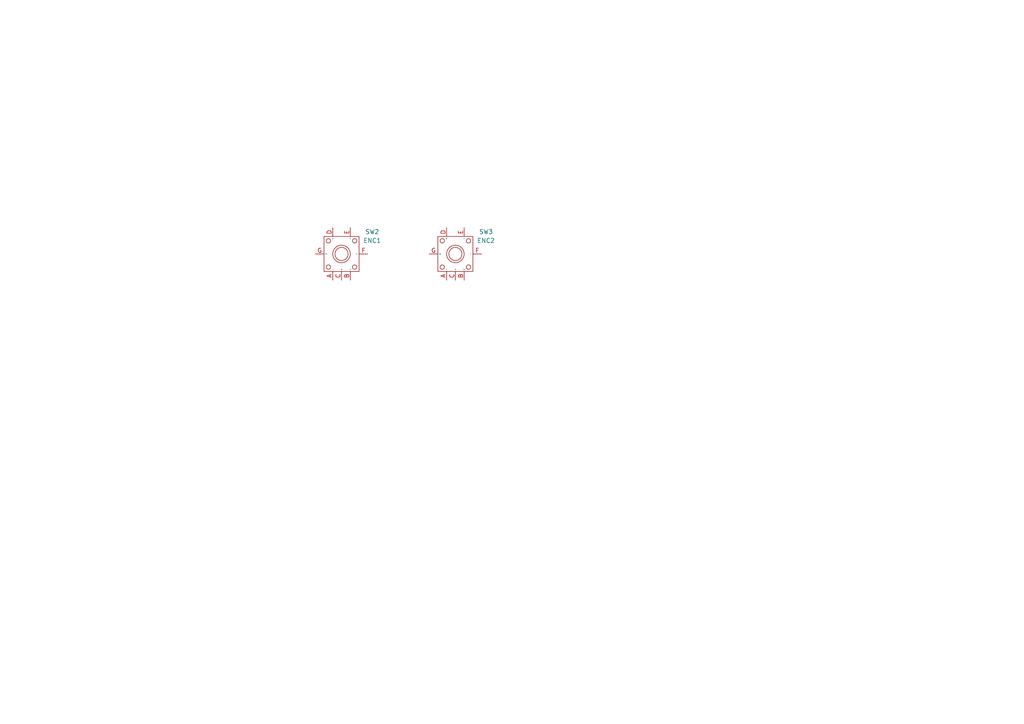
<source format=kicad_sch>
(kicad_sch (version 20250114) (generator "eeschema") (generator_version "9.0")
  (paper "A4")
  (title_block (title "bitseithr synth - encoders") (rev "v1") (company "Offworld Serpent Devices"))
  (lib_symbols
    (symbol "EasyEDA_Lib:EC11E1834403"
      (property "Reference" "SW" (at 0 0 0))
      (symbol "EC11E1834403_1_0"
        (rectangle (start -5.08 -5.08) (end 5.08 5.08))
        (circle (center -3.81 3.81) (radius 0.635))
        (circle (center -3.81 -3.81) (radius 0.635))
        (circle (center 0 0) (radius 1.905))
        (circle (center 0 0) (radius 2.54))
        (circle (center 3.81 3.81) (radius 0.635))
        (circle (center 3.81 -3.81) (radius 0.635))
        (pin unspecified line (at -7.62 0 0) (length 2.54) (name "G") (number "G"))
        (pin unspecified line (at -2.54 7.62 270) (length 2.54) (name "D") (number "D"))
        (pin unspecified line (at -2.54 -7.62 90) (length 2.54) (name "A") (number "A"))
        (pin unspecified line (at 0 -7.62 90) (length 2.54) (name "C") (number "C"))
        (pin unspecified line (at 2.54 7.62 270) (length 2.54) (name "E") (number "E"))
        (pin unspecified line (at 2.54 -7.62 90) (length 2.54) (name "B") (number "B"))
        (pin unspecified line (at 7.62 0 180) (length 2.54) (name "F") (number "F"))
      )
    )
  )
  (symbol (lib_id "EasyEDA_Lib:EC11E1834403") (at 132.08 73.66 0) (unit 1)
    (property "Reference" "SW3" (at 140.97 67.2398 0))
    (property "Value" "ENC2" (at 140.97 69.7798 0))
    (property "Footprint" "EasyEDA_Lib:SW-TH_EC11E1820402" (effects (hide yes)))
    (property "Datasheet" "https://atta.szlcsc.com/upload/public/pdf/source/20190109/C361167_8025A1363C62EF4BA37C0EA12E1AE3EA.pdf" (effects (hide yes)))
    (property "Manufacturer Part" "EC11E1834403" (effects (hide yes)))
    (property "Manufacturer" "ALPSALPINE(阿尔卑斯阿尔派)" (effects (hide yes)))
    (property "Supplier Part" "C361165" (effects (hide yes)))
    (property "Supplier" "LCSC" (effects (hide yes)))
    (property "LCSC Part Name" "编码器" (effects (hide yes)))
  )
  (symbol (lib_id "EasyEDA_Lib:EC11E1834403") (at 99.06 73.66 0) (unit 1)
    (property "Reference" "SW2" (at 107.95 67.2398 0))
    (property "Value" "ENC1" (at 107.95 69.7798 0))
    (property "Footprint" "EasyEDA_Lib:SW-TH_EC11E1820402" (effects (hide yes)))
    (property "Datasheet" "https://atta.szlcsc.com/upload/public/pdf/source/20190109/C361167_8025A1363C62EF4BA37C0EA12E1AE3EA.pdf" (effects (hide yes)))
    (property "Manufacturer Part" "EC11E1834403" (effects (hide yes)))
    (property "Manufacturer" "ALPSALPINE(阿尔卑斯阿尔派)" (effects (hide yes)))
    (property "Supplier Part" "C361165" (effects (hide yes)))
    (property "Supplier" "LCSC" (effects (hide yes)))
    (property "LCSC Part Name" "编码器" (effects (hide yes)))
  )
)
</source>
